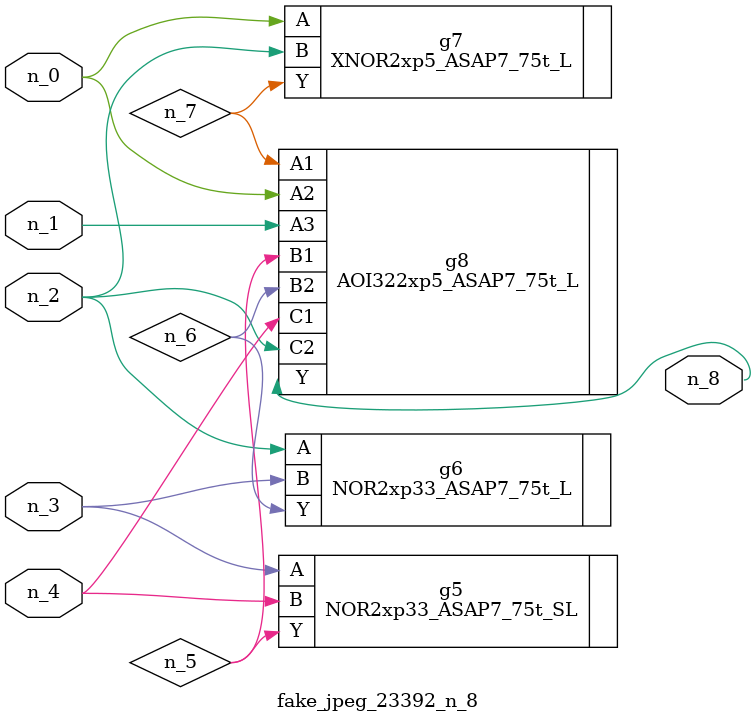
<source format=v>
module fake_jpeg_23392_n_8 (n_3, n_2, n_1, n_0, n_4, n_8);

input n_3;
input n_2;
input n_1;
input n_0;
input n_4;

output n_8;

wire n_6;
wire n_5;
wire n_7;

NOR2xp33_ASAP7_75t_SL g5 ( 
.A(n_3),
.B(n_4),
.Y(n_5)
);

NOR2xp33_ASAP7_75t_L g6 ( 
.A(n_2),
.B(n_3),
.Y(n_6)
);

XNOR2xp5_ASAP7_75t_L g7 ( 
.A(n_0),
.B(n_2),
.Y(n_7)
);

AOI322xp5_ASAP7_75t_L g8 ( 
.A1(n_7),
.A2(n_0),
.A3(n_1),
.B1(n_5),
.B2(n_6),
.C1(n_4),
.C2(n_2),
.Y(n_8)
);


endmodule
</source>
